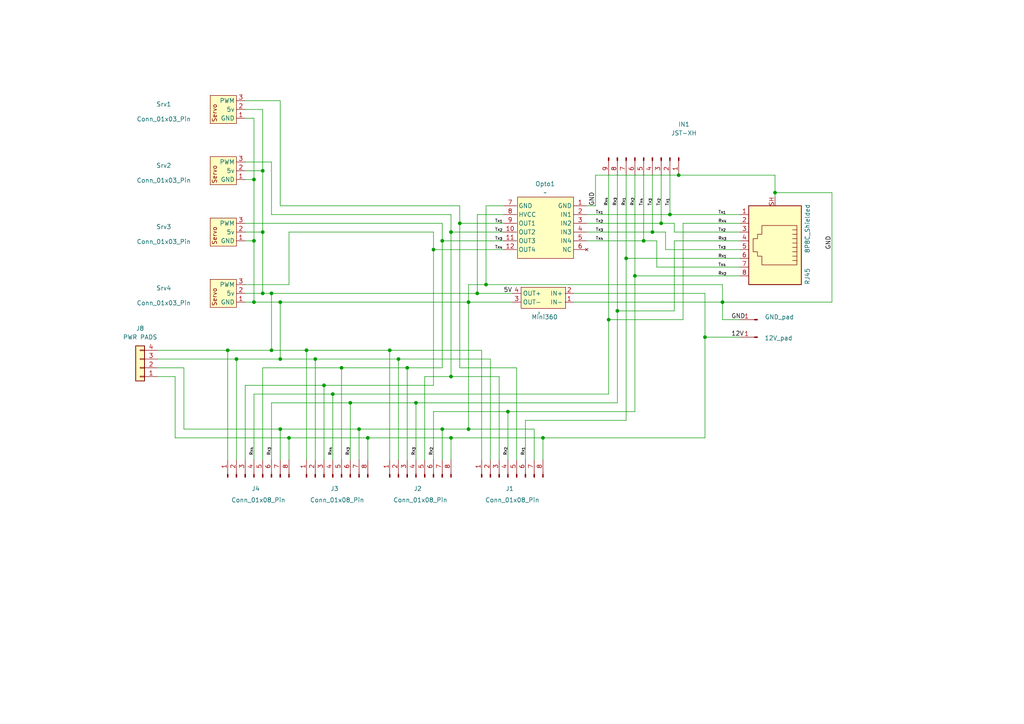
<source format=kicad_sch>
(kicad_sch (version 20231120) (generator "eeschema") (generator_version "8.0")
  (paper "A4")
  (lib_symbols
    (symbol "Connector:8P8C_Shielded" (pin_names (offset 1.016))
      (property "Reference" "J" (at -5.08 13.97 0))
      (property "Value" "8P8C_Shielded" (at 2.54 13.97 0))
      (symbol "8P8C_Shielded_0_1"
        (polyline (pts (xy -5.08 4.445) (xy -6.35 4.445)))
        (polyline (pts (xy -5.08 5.715) (xy -6.35 5.715)))
        (polyline (pts (xy -6.35 -3.175) (xy -5.08 -3.175) (xy -5.08 -3.175)))
        (polyline (pts (xy -6.35 -1.905) (xy -5.08 -1.905) (xy -5.08 -1.905)))
        (polyline (pts (xy -6.35 -0.635) (xy -5.08 -0.635) (xy -5.08 -0.635)))
        (polyline (pts (xy -6.35 0.635) (xy -5.08 0.635) (xy -5.08 0.635)))
        (polyline (pts (xy -6.35 1.905) (xy -5.08 1.905) (xy -5.08 1.905)))
        (polyline (pts (xy -5.08 3.175) (xy -6.35 3.175) (xy -6.35 3.175)))
        (polyline (pts (xy -6.35 -4.445) (xy -6.35 6.985) (xy 3.81 6.985) (xy 3.81 4.445) (xy 5.08 4.445) (xy 5.08 3.175) (xy 6.35 3.175) (xy 6.35 -0.635) (xy 5.08 -0.635) (xy 5.08 -1.905) (xy 3.81 -1.905) (xy 3.81 -4.445) (xy -6.35 -4.445) (xy -6.35 -4.445)))
        (rectangle (start 7.62 12.7) (end -7.62 -10.16) (stroke (width 0.254)) (fill (type background)))
      )
      (symbol "8P8C_Shielded_1_1"
        (pin passive line (at 10.16 -7.62 180) (length 2.54) (name "~") (number "1"))
        (pin passive line (at 10.16 -5.08 180) (length 2.54) (name "~") (number "2"))
        (pin passive line (at 10.16 -2.54 180) (length 2.54) (name "~") (number "3"))
        (pin passive line (at 10.16 0 180) (length 2.54) (name "~") (number "4"))
        (pin passive line (at 10.16 2.54 180) (length 2.54) (name "~") (number "5"))
        (pin passive line (at 10.16 5.08 180) (length 2.54) (name "~") (number "6"))
        (pin passive line (at 10.16 7.62 180) (length 2.54) (name "~") (number "7"))
        (pin passive line (at 10.16 10.16 180) (length 2.54) (name "~") (number "8"))
        (pin passive line (at 0 -12.7 90) (length 2.54) (name "~") (number "SH"))
      )
    )
    (symbol "Connector:Conn_01x01_Pin" (pin_names (offset 1.016) hide)
      (property "Reference" "J" (at 0 2.54 0))
      (property "Value" "Conn_01x01_Pin" (at 0 -2.54 0))
      (symbol "Conn_01x01_Pin_1_1"
        (polyline (pts (xy 1.27 0) (xy 0.8636 0)) (stroke (width 0.1524)))
        (rectangle (start 0.8636 0.127) (end 0 -0.127) (stroke (width 0.1524)) (fill (type outline)))
        (pin passive line (at 5.08 0 180) (length 3.81) (name "Pin_1") (number "1"))
      )
    )
    (symbol "Connector:Conn_01x08_Pin" (pin_names (offset 1.016) hide)
      (property "Reference" "J" (at 0 10.16 0))
      (property "Value" "Conn_01x08_Pin" (at 0 -12.7 0))
      (symbol "Conn_01x08_Pin_1_1"
        (polyline (pts (xy 1.27 -10.16) (xy 0.8636 -10.16)) (stroke (width 0.1524)))
        (polyline (pts (xy 1.27 -7.62) (xy 0.8636 -7.62)) (stroke (width 0.1524)))
        (polyline (pts (xy 1.27 -5.08) (xy 0.8636 -5.08)) (stroke (width 0.1524)))
        (polyline (pts (xy 1.27 -2.54) (xy 0.8636 -2.54)) (stroke (width 0.1524)))
        (polyline (pts (xy 1.27 0) (xy 0.8636 0)) (stroke (width 0.1524)))
        (polyline (pts (xy 1.27 2.54) (xy 0.8636 2.54)) (stroke (width 0.1524)))
        (polyline (pts (xy 1.27 5.08) (xy 0.8636 5.08)) (stroke (width 0.1524)))
        (polyline (pts (xy 1.27 7.62) (xy 0.8636 7.62)) (stroke (width 0.1524)))
        (rectangle (start 0.8636 -10.033) (end 0 -10.287) (stroke (width 0.1524)) (fill (type outline)))
        (rectangle (start 0.8636 -7.493) (end 0 -7.747) (stroke (width 0.1524)) (fill (type outline)))
        (rectangle (start 0.8636 -4.953) (end 0 -5.207) (stroke (width 0.1524)) (fill (type outline)))
        (rectangle (start 0.8636 -2.413) (end 0 -2.667) (stroke (width 0.1524)) (fill (type outline)))
        (rectangle (start 0.8636 0.127) (end 0 -0.127) (stroke (width 0.1524)) (fill (type outline)))
        (rectangle (start 0.8636 2.667) (end 0 2.413) (stroke (width 0.1524)) (fill (type outline)))
        (rectangle (start 0.8636 5.207) (end 0 4.953) (stroke (width 0.1524)) (fill (type outline)))
        (rectangle (start 0.8636 7.747) (end 0 7.493) (stroke (width 0.1524)) (fill (type outline)))
        (pin passive line (at 5.08 7.62 180) (length 3.81) (name "Pin_1") (number "1"))
        (pin passive line (at 5.08 5.08 180) (length 3.81) (name "Pin_2") (number "2"))
        (pin passive line (at 5.08 2.54 180) (length 3.81) (name "Pin_3") (number "3"))
        (pin passive line (at 5.08 0 180) (length 3.81) (name "Pin_4") (number "4"))
        (pin passive line (at 5.08 -2.54 180) (length 3.81) (name "Pin_5") (number "5"))
        (pin passive line (at 5.08 -5.08 180) (length 3.81) (name "Pin_6") (number "6"))
        (pin passive line (at 5.08 -7.62 180) (length 3.81) (name "Pin_7") (number "7"))
        (pin passive line (at 5.08 -10.16 180) (length 3.81) (name "Pin_8") (number "8"))
      )
    )
    (symbol "Connector:Conn_01x09_Pin" (pin_names (offset 1.016) hide)
      (property "Reference" "J" (at 0 12.7 0))
      (property "Value" "Conn_01x09_Pin" (at 0 -12.7 0))
      (symbol "Conn_01x09_Pin_1_1"
        (polyline (pts (xy 1.27 -10.16) (xy 0.8636 -10.16)) (stroke (width 0.1524)))
        (polyline (pts (xy 1.27 -7.62) (xy 0.8636 -7.62)) (stroke (width 0.1524)))
        (polyline (pts (xy 1.27 -5.08) (xy 0.8636 -5.08)) (stroke (width 0.1524)))
        (polyline (pts (xy 1.27 -2.54) (xy 0.8636 -2.54)) (stroke (width 0.1524)))
        (polyline (pts (xy 1.27 0) (xy 0.8636 0)) (stroke (width 0.1524)))
        (polyline (pts (xy 1.27 2.54) (xy 0.8636 2.54)) (stroke (width 0.1524)))
        (polyline (pts (xy 1.27 5.08) (xy 0.8636 5.08)) (stroke (width 0.1524)))
        (polyline (pts (xy 1.27 7.62) (xy 0.8636 7.62)) (stroke (width 0.1524)))
        (polyline (pts (xy 1.27 10.16) (xy 0.8636 10.16)) (stroke (width 0.1524)))
        (rectangle (start 0.8636 -10.033) (end 0 -10.287) (stroke (width 0.1524)) (fill (type outline)))
        (rectangle (start 0.8636 -7.493) (end 0 -7.747) (stroke (width 0.1524)) (fill (type outline)))
        (rectangle (start 0.8636 -4.953) (end 0 -5.207) (stroke (width 0.1524)) (fill (type outline)))
        (rectangle (start 0.8636 -2.413) (end 0 -2.667) (stroke (width 0.1524)) (fill (type outline)))
        (rectangle (start 0.8636 0.127) (end 0 -0.127) (stroke (width 0.1524)) (fill (type outline)))
        (rectangle (start 0.8636 2.667) (end 0 2.413) (stroke (width 0.1524)) (fill (type outline)))
        (rectangle (start 0.8636 5.207) (end 0 4.953) (stroke (width 0.1524)) (fill (type outline)))
        (rectangle (start 0.8636 7.747) (end 0 7.493) (stroke (width 0.1524)) (fill (type outline)))
        (rectangle (start 0.8636 10.287) (end 0 10.033) (stroke (width 0.1524)) (fill (type outline)))
        (pin passive line (at 5.08 10.16 180) (length 3.81) (name "Pin_1") (number "1"))
        (pin passive line (at 5.08 7.62 180) (length 3.81) (name "Pin_2") (number "2"))
        (pin passive line (at 5.08 5.08 180) (length 3.81) (name "Pin_3") (number "3"))
        (pin passive line (at 5.08 2.54 180) (length 3.81) (name "Pin_4") (number "4"))
        (pin passive line (at 5.08 0 180) (length 3.81) (name "Pin_5") (number "5"))
        (pin passive line (at 5.08 -2.54 180) (length 3.81) (name "Pin_6") (number "6"))
        (pin passive line (at 5.08 -5.08 180) (length 3.81) (name "Pin_7") (number "7"))
        (pin passive line (at 5.08 -7.62 180) (length 3.81) (name "Pin_8") (number "8"))
        (pin passive line (at 5.08 -10.16 180) (length 3.81) (name "Pin_9") (number "9"))
      )
    )
    (symbol "Connector_Generic:Conn_01x04" (pin_names (offset 1.016) hide)
      (property "Reference" "J" (at 0 5.08 0))
      (property "Value" "Conn_01x04" (at 0 -7.62 0))
      (symbol "Conn_01x04_1_1"
        (rectangle (start -1.27 -4.953) (end 0 -5.207) (stroke (width 0.1524)))
        (rectangle (start -1.27 -2.413) (end 0 -2.667) (stroke (width 0.1524)))
        (rectangle (start -1.27 0.127) (end 0 -0.127) (stroke (width 0.1524)))
        (rectangle (start -1.27 2.667) (end 0 2.413) (stroke (width 0.1524)))
        (rectangle (start -1.27 3.81) (end 1.27 -6.35) (stroke (width 0.254)) (fill (type background)))
        (pin passive line (at -5.08 2.54 0) (length 3.81) (name "Pin_1") (number "1"))
        (pin passive line (at -5.08 0 0) (length 3.81) (name "Pin_2") (number "2"))
        (pin passive line (at -5.08 -2.54 0) (length 3.81) (name "Pin_3") (number "3"))
        (pin passive line (at -5.08 -5.08 0) (length 3.81) (name "Pin_4") (number "4"))
      )
    )
    (symbol "kit:Servo_socket"
      (property "Reference" "Srv" (at 0 4.318 0))
      (symbol "Servo_socket_1_1"
        (rectangle (start 0 2.794) (end 7.62 -5.334) (fill (type background)))
        (text "Servo" (at 6.35 -2.286 900) (effects (font (size 1.27 1.27))))
        (pin passive line (at -2.54 -3.81 0) (length 2.54) (name "GND") (number "1"))
        (pin passive line (at -2.54 -1.27 0) (length 2.54) (name "5v") (number "2"))
        (pin passive line (at -2.54 1.27 0) (length 2.54) (name "PWM") (number "3"))
      )
    )
    (symbol "kit:TLP281_4"
      (property "Reference" "Opto" (at -0.254 0 0))
      (symbol "TLP281_4_1_1"
        (rectangle (start -8.636 8.89) (end 7.62 -8.89) (fill (type background)))
        (pin passive line (at 11.43 6.35 180) (length 3.81) (name "GND") (number "1"))
        (pin output line (at -12.7 -1.27 0) (length 3.81) (name "OUT2") (number "10"))
        (pin output line (at -12.7 -3.81 0) (length 3.81) (name "OUT3") (number "11"))
        (pin output line (at -12.7 -6.35 0) (length 3.81) (name "OUT4") (number "12"))
        (pin input line (at 11.43 3.81 180) (length 3.81) (name "IN1") (number "2"))
        (pin input line (at 11.43 1.27 180) (length 3.81) (name "IN2") (number "3"))
        (pin input line (at 11.43 -1.27 180) (length 3.81) (name "IN3") (number "4"))
        (pin input line (at 11.43 -3.81 180) (length 3.81) (name "IN4") (number "5"))
        (pin no_connect line (at 11.43 -6.35 180) (length 3.81) (name "NC") (number "6"))
        (pin passive line (at -12.7 6.35 0) (length 3.81) (name "GND") (number "7"))
        (pin power_in line (at -12.7 3.81 0) (length 3.81) (name "HVCC") (number "8"))
        (pin output line (at -12.7 1.27 0) (length 3.81) (name "OUT1") (number "9"))
      )
    )
    (symbol "kit:mini360_dcdc"
      (property "Reference" "Mini360_DC/DC" (at 0 5.588 0))
      (symbol "mini360_dcdc_1_1"
        (rectangle (start -6.604 3.048) (end 6.35 -3.048) (fill (type background)))
        (pin input line (at -8.89 1.27 0) (length 2.54) (name "IN-") (number "1"))
        (pin input line (at -8.89 -1.27 0) (length 2.54) (name "IN+") (number "2"))
        (pin output line (at 8.89 1.27 180) (length 2.54) (name "OUT-") (number "3"))
        (pin output line (at 8.89 -1.27 180) (length 2.54) (name "OUT+") (number "4"))
      )
    )
  )
  (junction (at 130.81 67.31))
  (junction (at 118.11 106.68))
  (junction (at 209.55 87.63))
  (junction (at 104.14 124.46))
  (junction (at 179.07 90.17))
  (junction (at 157.48 127))
  (junction (at 93.98 111.76))
  (junction (at 135.89 124.46))
  (junction (at 224.79 55.88))
  (junction (at 78.74 85.09))
  (junction (at 73.66 87.63))
  (junction (at 120.65 116.84))
  (junction (at 128.27 124.46))
  (junction (at 88.9 101.6))
  (junction (at 76.2 67.31))
  (junction (at 133.35 64.77))
  (junction (at 78.74 101.6))
  (junction (at 140.97 82.55))
  (junction (at 81.28 124.46))
  (junction (at 83.82 127))
  (junction (at 96.52 114.3))
  (junction (at 91.44 104.14))
  (junction (at 115.57 104.14))
  (junction (at 81.28 104.14))
  (junction (at 68.58 104.14))
  (junction (at 76.2 85.09))
  (junction (at 130.81 127))
  (junction (at 196.85 50.8))
  (junction (at 204.47 97.79))
  (junction (at 189.23 67.31))
  (junction (at 181.61 74.93))
  (junction (at 191.77 64.77))
  (junction (at 138.43 85.09))
  (junction (at 186.69 69.85))
  (junction (at 113.03 101.6))
  (junction (at 76.2 49.53))
  (junction (at 99.06 106.68))
  (junction (at 130.81 109.22))
  (junction (at 147.32 119.38))
  (junction (at 106.68 127))
  (junction (at 73.66 52.07))
  (junction (at 66.04 101.6))
  (junction (at 101.6 116.84))
  (junction (at 194.31 62.23))
  (junction (at 125.73 72.39))
  (junction (at 184.15 80.01))
  (junction (at 81.28 87.63))
  (junction (at 128.27 69.85))
  (junction (at 73.66 69.85))
  (junction (at 135.89 87.63))
  (junction (at 176.53 92.71))
  (wire (pts (xy 170.18 59.69) (xy 172.72 59.69)))
  (wire (pts (xy 93.98 133.35) (xy 93.98 111.76)))
  (wire (pts (xy 144.78 109.22) (xy 130.81 109.22)))
  (wire (pts (xy 99.06 133.35) (xy 99.06 106.68)))
  (wire (pts (xy 128.27 69.85) (xy 128.27 106.68)))
  (wire (pts (xy 125.73 72.39) (xy 125.73 67.31)))
  (wire (pts (xy 190.5 77.47) (xy 214.63 77.47)))
  (wire (pts (xy 45.72 101.6) (xy 66.04 101.6)))
  (wire (pts (xy 209.55 87.63) (xy 209.55 92.71)))
  (wire (pts (xy 101.6 116.84) (xy 120.65 116.84)))
  (wire (pts (xy 130.81 67.31) (xy 146.05 67.31)))
  (wire (pts (xy 118.11 133.35) (xy 118.11 106.68)))
  (wire (pts (xy 76.2 85.09) (xy 78.74 85.09)))
  (wire (pts (xy 71.12 133.35) (xy 71.12 111.76)))
  (wire (pts (xy 125.73 72.39) (xy 146.05 72.39)))
  (wire (pts (xy 130.81 67.31) (xy 130.81 62.23)))
  (wire (pts (xy 71.12 85.09) (xy 76.2 85.09)))
  (wire (pts (xy 125.73 72.39) (xy 125.73 111.76)))
  (wire (pts (xy 149.86 106.68) (xy 133.35 106.68)))
  (wire (pts (xy 193.04 67.31) (xy 189.23 67.31)))
  (wire (pts (xy 81.28 29.21) (xy 81.28 59.69)))
  (wire (pts (xy 133.35 64.77) (xy 133.35 106.68)))
  (wire (pts (xy 125.73 133.35) (xy 125.73 119.38)))
  (wire (pts (xy 241.3 55.88) (xy 241.3 87.63)))
  (wire (pts (xy 118.11 106.68) (xy 128.27 106.68)))
  (wire (pts (xy 96.52 114.3) (xy 176.53 114.3)))
  (wire (pts (xy 50.8 109.22) (xy 45.72 109.22)))
  (wire (pts (xy 73.66 133.35) (xy 73.66 114.3)))
  (wire (pts (xy 224.79 55.88) (xy 224.79 57.15)))
  (wire (pts (xy 170.18 64.77) (xy 191.77 64.77)))
  (wire (pts (xy 125.73 119.38) (xy 147.32 119.38)))
  (wire (pts (xy 78.74 101.6) (xy 88.9 101.6)))
  (wire (pts (xy 73.66 87.63) (xy 81.28 87.63)))
  (wire (pts (xy 106.68 127) (xy 130.81 127)))
  (wire (pts (xy 71.12 69.85) (xy 73.66 69.85)))
  (wire (pts (xy 191.77 50.8) (xy 191.77 64.77)))
  (wire (pts (xy 123.19 109.22) (xy 130.81 109.22)))
  (wire (pts (xy 96.52 133.35) (xy 96.52 114.3)))
  (wire (pts (xy 184.15 80.01) (xy 214.63 80.01)))
  (wire (pts (xy 104.14 124.46) (xy 128.27 124.46)))
  (wire (pts (xy 81.28 87.63) (xy 135.89 87.63)))
  (wire (pts (xy 157.48 127) (xy 204.47 127)))
  (wire (pts (xy 189.23 50.8) (xy 189.23 67.31)))
  (wire (pts (xy 113.03 133.35) (xy 113.03 101.6)))
  (wire (pts (xy 181.61 74.93) (xy 214.63 74.93)))
  (wire (pts (xy 147.32 119.38) (xy 184.15 119.38)))
  (wire (pts (xy 144.78 133.35) (xy 144.78 109.22)))
  (wire (pts (xy 176.53 50.8) (xy 176.53 92.71)))
  (wire (pts (xy 88.9 101.6) (xy 113.03 101.6)))
  (wire (pts (xy 68.58 104.14) (xy 68.58 133.35)))
  (wire (pts (xy 78.74 116.84) (xy 101.6 116.84)))
  (wire (pts (xy 78.74 46.99) (xy 78.74 62.23)))
  (wire (pts (xy 106.68 133.35) (xy 106.68 127)))
  (wire (pts (xy 140.97 82.55) (xy 209.55 82.55)))
  (wire (pts (xy 135.89 87.63) (xy 148.59 87.63)))
  (wire (pts (xy 130.81 67.31) (xy 130.81 109.22)))
  (wire (pts (xy 71.12 64.77) (xy 128.27 64.77)))
  (wire (pts (xy 147.32 133.35) (xy 147.32 119.38)))
  (wire (pts (xy 73.66 69.85) (xy 73.66 87.63)))
  (wire (pts (xy 71.12 82.55) (xy 83.82 82.55)))
  (wire (pts (xy 135.89 87.63) (xy 135.89 124.46)))
  (wire (pts (xy 71.12 52.07) (xy 73.66 52.07)))
  (wire (pts (xy 76.2 106.68) (xy 99.06 106.68)))
  (wire (pts (xy 71.12 46.99) (xy 78.74 46.99)))
  (wire (pts (xy 71.12 49.53) (xy 76.2 49.53)))
  (wire (pts (xy 195.58 69.85) (xy 195.58 90.17)))
  (wire (pts (xy 66.04 101.6) (xy 66.04 133.35)))
  (wire (pts (xy 204.47 127) (xy 204.47 97.79)))
  (wire (pts (xy 196.85 50.8) (xy 224.79 50.8)))
  (wire (pts (xy 152.4 133.35) (xy 152.4 121.92)))
  (wire (pts (xy 190.5 69.85) (xy 190.5 77.47)))
  (wire (pts (xy 91.44 104.14) (xy 91.44 133.35)))
  (wire (pts (xy 146.05 62.23) (xy 138.43 62.23)))
  (wire (pts (xy 190.5 69.85) (xy 186.69 69.85)))
  (wire (pts (xy 130.81 62.23) (xy 78.74 62.23)))
  (wire (pts (xy 120.65 133.35) (xy 120.65 116.84)))
  (wire (pts (xy 104.14 133.35) (xy 104.14 124.46)))
  (wire (pts (xy 71.12 34.29) (xy 73.66 34.29)))
  (wire (pts (xy 172.72 50.8) (xy 172.72 59.69)))
  (wire (pts (xy 81.28 87.63) (xy 81.28 104.14)))
  (wire (pts (xy 195.58 69.85) (xy 214.63 69.85)))
  (wire (pts (xy 130.81 133.35) (xy 130.81 127)))
  (wire (pts (xy 139.7 133.35) (xy 139.7 101.6)))
  (wire (pts (xy 193.04 72.39) (xy 193.04 67.31)))
  (wire (pts (xy 71.12 111.76) (xy 93.98 111.76)))
  (wire (pts (xy 140.97 59.69) (xy 146.05 59.69)))
  (wire (pts (xy 130.81 127) (xy 157.48 127)))
  (wire (pts (xy 195.58 67.31) (xy 195.58 64.77)))
  (wire (pts (xy 204.47 85.09) (xy 204.47 97.79)))
  (wire (pts (xy 83.82 67.31) (xy 83.82 82.55)))
  (wire (pts (xy 194.31 62.23) (xy 214.63 62.23)))
  (wire (pts (xy 142.24 104.14) (xy 142.24 133.35)))
  (wire (pts (xy 135.89 87.63) (xy 135.89 82.55)))
  (wire (pts (xy 101.6 133.35) (xy 101.6 116.84)))
  (wire (pts (xy 81.28 59.69) (xy 133.35 59.69)))
  (wire (pts (xy 181.61 50.8) (xy 181.61 74.93)))
  (wire (pts (xy 50.8 127) (xy 50.8 109.22)))
  (wire (pts (xy 128.27 69.85) (xy 146.05 69.85)))
  (wire (pts (xy 209.55 82.55) (xy 209.55 87.63)))
  (wire (pts (xy 50.8 127) (xy 83.82 127)))
  (wire (pts (xy 170.18 67.31) (xy 189.23 67.31)))
  (wire (pts (xy 73.66 114.3) (xy 96.52 114.3)))
  (wire (pts (xy 186.69 50.8) (xy 186.69 69.85)))
  (wire (pts (xy 73.66 34.29) (xy 73.66 52.07)))
  (wire (pts (xy 135.89 124.46) (xy 154.94 124.46)))
  (wire (pts (xy 78.74 101.6) (xy 78.74 85.09)))
  (wire (pts (xy 184.15 50.8) (xy 184.15 80.01)))
  (wire (pts (xy 53.34 124.46) (xy 81.28 124.46)))
  (wire (pts (xy 138.43 85.09) (xy 148.59 85.09)))
  (wire (pts (xy 198.12 92.71) (xy 176.53 92.71)))
  (wire (pts (xy 91.44 104.14) (xy 115.57 104.14)))
  (wire (pts (xy 209.55 92.71) (xy 214.63 92.71)))
  (wire (pts (xy 195.58 90.17) (xy 179.07 90.17)))
  (wire (pts (xy 81.28 124.46) (xy 104.14 124.46)))
  (wire (pts (xy 181.61 74.93) (xy 181.61 121.92)))
  (wire (pts (xy 154.94 133.35) (xy 154.94 124.46)))
  (wire (pts (xy 45.72 106.68) (xy 53.34 106.68)))
  (wire (pts (xy 99.06 106.68) (xy 118.11 106.68)))
  (wire (pts (xy 195.58 67.31) (xy 214.63 67.31)))
  (wire (pts (xy 78.74 133.35) (xy 78.74 116.84)))
  (wire (pts (xy 78.74 85.09) (xy 138.43 85.09)))
  (wire (pts (xy 81.28 133.35) (xy 81.28 124.46)))
  (wire (pts (xy 166.37 85.09) (xy 204.47 85.09)))
  (wire (pts (xy 120.65 116.84) (xy 179.07 116.84)))
  (wire (pts (xy 128.27 69.85) (xy 128.27 64.77)))
  (wire (pts (xy 195.58 64.77) (xy 191.77 64.77)))
  (wire (pts (xy 194.31 50.8) (xy 194.31 62.23)))
  (wire (pts (xy 88.9 133.35) (xy 88.9 101.6)))
  (wire (pts (xy 45.72 104.14) (xy 68.58 104.14)))
  (wire (pts (xy 66.04 101.6) (xy 78.74 101.6)))
  (wire (pts (xy 71.12 67.31) (xy 76.2 67.31)))
  (wire (pts (xy 68.58 104.14) (xy 81.28 104.14)))
  (wire (pts (xy 53.34 106.68) (xy 53.34 124.46)))
  (wire (pts (xy 71.12 87.63) (xy 73.66 87.63)))
  (wire (pts (xy 139.7 101.6) (xy 113.03 101.6)))
  (wire (pts (xy 93.98 111.76) (xy 125.73 111.76)))
  (wire (pts (xy 179.07 90.17) (xy 179.07 116.84)))
  (wire (pts (xy 152.4 121.92) (xy 181.61 121.92)))
  (wire (pts (xy 172.72 50.8) (xy 196.85 50.8)))
  (wire (pts (xy 198.12 64.77) (xy 198.12 92.71)))
  (wire (pts (xy 157.48 127) (xy 157.48 133.35)))
  (wire (pts (xy 204.47 97.79) (xy 214.63 97.79)))
  (wire (pts (xy 76.2 133.35) (xy 76.2 106.68)))
  (wire (pts (xy 76.2 67.31) (xy 76.2 85.09)))
  (wire (pts (xy 166.37 87.63) (xy 209.55 87.63)))
  (wire (pts (xy 241.3 55.88) (xy 224.79 55.88)))
  (wire (pts (xy 115.57 104.14) (xy 115.57 133.35)))
  (wire (pts (xy 170.18 69.85) (xy 186.69 69.85)))
  (wire (pts (xy 133.35 64.77) (xy 146.05 64.77)))
  (wire (pts (xy 138.43 62.23) (xy 138.43 85.09)))
  (wire (pts (xy 198.12 64.77) (xy 214.63 64.77)))
  (wire (pts (xy 149.86 133.35) (xy 149.86 106.68)))
  (wire (pts (xy 115.57 104.14) (xy 142.24 104.14)))
  (wire (pts (xy 123.19 133.35) (xy 123.19 109.22)))
  (wire (pts (xy 81.28 104.14) (xy 91.44 104.14)))
  (wire (pts (xy 76.2 49.53) (xy 76.2 67.31)))
  (wire (pts (xy 76.2 31.75) (xy 76.2 49.53)))
  (wire (pts (xy 224.79 50.8) (xy 224.79 55.88)))
  (wire (pts (xy 128.27 133.35) (xy 128.27 124.46)))
  (wire (pts (xy 214.63 72.39) (xy 193.04 72.39)))
  (wire (pts (xy 140.97 59.69) (xy 140.97 82.55)))
  (wire (pts (xy 71.12 31.75) (xy 76.2 31.75)))
  (wire (pts (xy 184.15 80.01) (xy 184.15 119.38)))
  (wire (pts (xy 128.27 124.46) (xy 135.89 124.46)))
  (wire (pts (xy 71.12 29.21) (xy 81.28 29.21)))
  (wire (pts (xy 179.07 50.8) (xy 179.07 90.17)))
  (wire (pts (xy 133.35 64.77) (xy 133.35 59.69)))
  (wire (pts (xy 83.82 127) (xy 106.68 127)))
  (wire (pts (xy 73.66 52.07) (xy 73.66 69.85)))
  (wire (pts (xy 209.55 87.63) (xy 241.3 87.63)))
  (wire (pts (xy 170.18 62.23) (xy 194.31 62.23)))
  (wire (pts (xy 125.73 67.31) (xy 83.82 67.31)))
  (wire (pts (xy 83.82 133.35) (xy 83.82 127)))
  (wire (pts (xy 135.89 82.55) (xy 140.97 82.55)))
  (wire (pts (xy 176.53 92.71) (xy 176.53 114.3)))
  (label "Rx_{4}" (at 96.52 132.08 90) (effects (font (size 0.889 0.889))))
  (label "Tx_{3}" (at 172.72 67.31 0) (effects (font (size 0.889 0.889))))
  (label "Rx_{4}" (at 208.28 64.77 0) (effects (font (size 0.889 0.889))))
  (label "Rx_{2}" (at 184.15 59.69 90) (effects (font (size 0.889 0.889))))
  (label "Rx_{3}" (at 120.65 132.08 90) (effects (font (size 0.889 0.889))))
  (label "Tx_{1}" (at 194.31 59.69 90) (effects (font (size 0.889 0.889))))
  (label "Tx_{2}" (at 191.77 59.69 90) (effects (font (size 0.889 0.889))))
  (label "Rx_{3}" (at 208.28 69.85 0) (effects (font (size 0.889 0.889))))
  (label "Rx_{1}" (at 208.28 74.93 0) (effects (font (size 0.889 0.889))))
  (label "Tx_{1}" (at 208.28 62.23 0) (effects (font (size 0.889 0.889))))
  (label "Tx_{1}" (at 143.51 64.77 0) (effects (font (size 0.889 0.889))))
  (label "Tx_{4}" (at 172.72 69.85 0) (effects (font (size 0.889 0.889))))
  (label "Rx_{2}" (at 208.28 80.01 0) (effects (font (size 0.889 0.889))))
  (label "Tx_{4}" (at 186.69 59.69 90) (effects (font (size 0.889 0.889))))
  (label "Rx_{2}" (at 147.32 132.08 90) (effects (font (size 0.889 0.889))))
  (label "Rx_{2}" (at 125.73 132.08 90) (effects (font (size 0.889 0.889))))
  (label "Tx_{2}" (at 172.72 64.77 0) (effects (font (size 0.889 0.889))))
  (label "Tx_{3}" (at 208.28 72.39 0) (effects (font (size 0.889 0.889))))
  (label "Rx_{3}" (at 101.6 132.08 90) (effects (font (size 0.889 0.889))))
  (label "Rx_{1}" (at 152.4 132.08 90) (effects (font (size 0.889 0.889))))
  (label "Tx_{2}" (at 143.51 67.31 0) (effects (font (size 0.889 0.889))))
  (label "Rx_{3}" (at 78.74 132.08 90) (effects (font (size 0.889 0.889))))
  (label "Rx_{4}" (at 73.66 132.08 90) (effects (font (size 0.889 0.889))))
  (label "Tx_{3}" (at 143.51 69.85 0) (effects (font (size 0.889 0.889))))
  (label "Tx_{3}" (at 189.23 59.69 90) (effects (font (size 0.889 0.889))))
  (label "Rx_{1}" (at 181.61 59.69 90) (effects (font (size 0.889 0.889))))
  (label "Tx_{4}" (at 143.51 72.39 0) (effects (font (size 0.889 0.889))))
  (label "GND" (at 212.09 92.71 0))
  (label "Rx_{4}" (at 176.53 59.69 90) (effects (font (size 0.889 0.889))))
  (label "12V" (at 212.09 97.79 0))
  (label "Tx_{4}" (at 208.28 77.47 0) (effects (font (size 0.889 0.889))))
  (label "GND" (at 241.3 72.39 90))
  (label "GND" (at 172.72 59.69 90))
  (label "Tx_{1}" (at 172.72 62.23 0) (effects (font (size 0.889 0.889))))
  (label "5V" (at 146.05 85.09 0))
  (label "Tx_{2}" (at 208.28 67.31 0) (effects (font (size 0.889 0.889))))
  (label "Rx_{3}" (at 179.07 59.69 90) (effects (font (size 0.889 0.889))))
  (symbol (lib_id "kit:TLP281_4") (at 158.75 66.04 0) (unit 1)
    (property "Reference" "Opto1" (at 158.115 53.34 0))
    (property "Value" "~" (at 158.115 55.88 0))
    (property "Footprint" "Library:TLP281_4_module" (effects (hide yes)))
  )
  (symbol (lib_id "kit:Servo_socket") (at 68.58 83.82 0) (mirror y) (unit 1)
    (property "Reference" "Srv4" (at 47.498 83.566 0))
    (property "Value" "Conn_01x03_Pin" (at 47.498 87.884 0))
    (property "Footprint" "Library:Servo_pads" (effects (hide yes)))
    (property "Description" "Generic connector, single row, 01x03, script generated" (effects (hide yes)))
  )
  (symbol (lib_id "kit:Servo_socket") (at 68.58 48.26 0) (mirror y) (unit 1)
    (property "Reference" "Srv2" (at 47.498 48.006 0))
    (property "Value" "Conn_01x03_Pin" (at 47.498 52.324 0))
    (property "Footprint" "Library:Servo_pads" (effects (hide yes)))
    (property "Description" "Generic connector, single row, 01x03, script generated" (effects (hide yes)))
  )
  (symbol (lib_id "Connector:Conn_01x08_Pin") (at 73.66 138.43 90) (unit 1)
    (property "Reference" "J4" (at 74.168 141.732 90))
    (property "Value" "Conn_01x08_Pin" (at 74.93 145.034 90))
    (property "Footprint" "Connectors_JST:JST_XH_B08B-XH-A_08x2.50mm_Straight" (effects (hide yes)))
    (property "Description" "Generic connector, single row, 01x08, script generated" (effects (hide yes)))
  )
  (symbol (lib_id "kit:mini360_dcdc") (at 157.48 86.36 180) (unit 1)
    (property "Reference" "Mini360" (at 161.798 91.948 0) (effects (justify left)))
    (property "Value" "~" (at 156.337 90.17 90) (effects (justify left)))
    (property "Footprint" "Mini360_step-down:Mini360_step-down" (effects (hide yes)))
  )
  (symbol (lib_id "Connector:Conn_01x08_Pin") (at 120.65 138.43 90) (unit 1)
    (property "Reference" "J2" (at 121.158 141.732 90))
    (property "Value" "Conn_01x08_Pin" (at 121.92 145.034 90))
    (property "Footprint" "Connectors_JST:JST_XH_B08B-XH-A_08x2.50mm_Straight" (effects (hide yes)))
    (property "Description" "Generic connector, single row, 01x08, script generated" (effects (hide yes)))
  )
  (symbol (lib_id "Connector:8P8C_Shielded") (at 224.79 69.85 180) (unit 1)
    (property "Reference" "RJ45" (at 234.188 77.724 90) (effects (justify left)))
    (property "Value" "8P8C_Shielded" (at 234.188 59.182 90) (effects (justify left)))
    (property "Footprint" "Connector_RJ:RJ45_Wuerth_7499010001A_Horizontal" (effects (hide yes)))
    (property "Description" "RJ connector, 8P8C (8 positions 8 connected), RJ31/RJ32/RJ33/RJ34/RJ35/RJ41/RJ45/RJ49/RJ61, Shielded" (effects (hide yes)))
  )
  (symbol (lib_id "Connector:Conn_01x08_Pin") (at 147.32 138.43 90) (unit 1)
    (property "Reference" "J1" (at 147.828 141.732 90))
    (property "Value" "Conn_01x08_Pin" (at 148.59 145.034 90))
    (property "Footprint" "Connectors_JST:JST_XH_B08B-XH-A_08x2.50mm_Straight" (effects (hide yes)))
    (property "Description" "Generic connector, single row, 01x08, script generated" (effects (hide yes)))
  )
  (symbol (lib_id "Connector_Generic:Conn_01x04") (at 40.64 106.68 180) (unit 1)
    (property "Reference" "J8" (at 40.64 95.25 0))
    (property "Value" "PWR PADS" (at 40.64 97.79 0))
    (property "Footprint" "Library:PWR_pads" (effects (hide yes)))
    (property "Description" "Generic connector, single row, 01x04, script generated (kicad-library-utils/schlib/autogen/connector/)" (effects (hide yes)))
  )
  (symbol (lib_id "kit:Servo_socket") (at 68.58 66.04 0) (mirror y) (unit 1)
    (property "Reference" "Srv3" (at 47.498 65.786 0))
    (property "Value" "Conn_01x03_Pin" (at 47.498 70.104 0))
    (property "Footprint" "Library:Servo_pads" (effects (hide yes)))
    (property "Description" "Generic connector, single row, 01x03, script generated" (effects (hide yes)))
  )
  (symbol (lib_id "Connector:Conn_01x01_Pin") (at 219.71 92.71 180) (unit 1)
    (property "Reference" "J6" (effects (hide yes)))
    (property "Value" "GND_pad" (at 226.06 91.948 0))
    (property "Footprint" "TestPoint:TestPoint_Pad_2.5x2.5mm" (effects (hide yes)))
    (property "Description" "Generic connector, single row, 01x01, script generated" (effects (hide yes)))
  )
  (symbol (lib_id "Connector:Conn_01x01_Pin") (at 219.71 97.79 180) (unit 1)
    (property "Reference" "J5" (effects (hide yes)))
    (property "Value" "12V_pad" (at 225.806 98.044 0))
    (property "Footprint" "TestPoint:TestPoint_Pad_2.5x2.5mm" (effects (hide yes)))
    (property "Description" "Generic connector, single row, 01x01, script generated" (effects (hide yes)))
  )
  (symbol (lib_id "Connector:Conn_01x08_Pin") (at 96.52 138.43 90) (unit 1)
    (property "Reference" "J3" (at 97.028 141.732 90))
    (property "Value" "Conn_01x08_Pin" (at 97.79 145.034 90))
    (property "Footprint" "Connectors_JST:JST_XH_B08B-XH-A_08x2.50mm_Straight" (effects (hide yes)))
    (property "Description" "Generic connector, single row, 01x08, script generated" (effects (hide yes)))
  )
  (symbol (lib_id "Connector:Conn_01x09_Pin") (at 186.69 45.72 270) (unit 1)
    (property "Reference" "IN1" (at 198.374 36.068 90))
    (property "Value" "JST-XH" (at 198.374 38.608 90))
    (property "Footprint" "Connector_JST:JST_XH_B9B-XH-AM_1x09_P2.50mm_Vertical" (effects (hide yes)))
    (property "Description" "Generic connector, single row, 01x09, script generated" (effects (hide yes)))
  )
  (symbol (lib_id "kit:Servo_socket") (at 68.58 30.48 0) (mirror y) (unit 1)
    (property "Reference" "Srv1" (at 47.498 30.226 0))
    (property "Value" "Conn_01x03_Pin" (at 47.498 34.544 0))
    (property "Footprint" "Library:Servo_pads" (effects (hide yes)))
    (property "Description" "Generic connector, single row, 01x03, script generated" (effects (hide yes)))
  )
)
</source>
